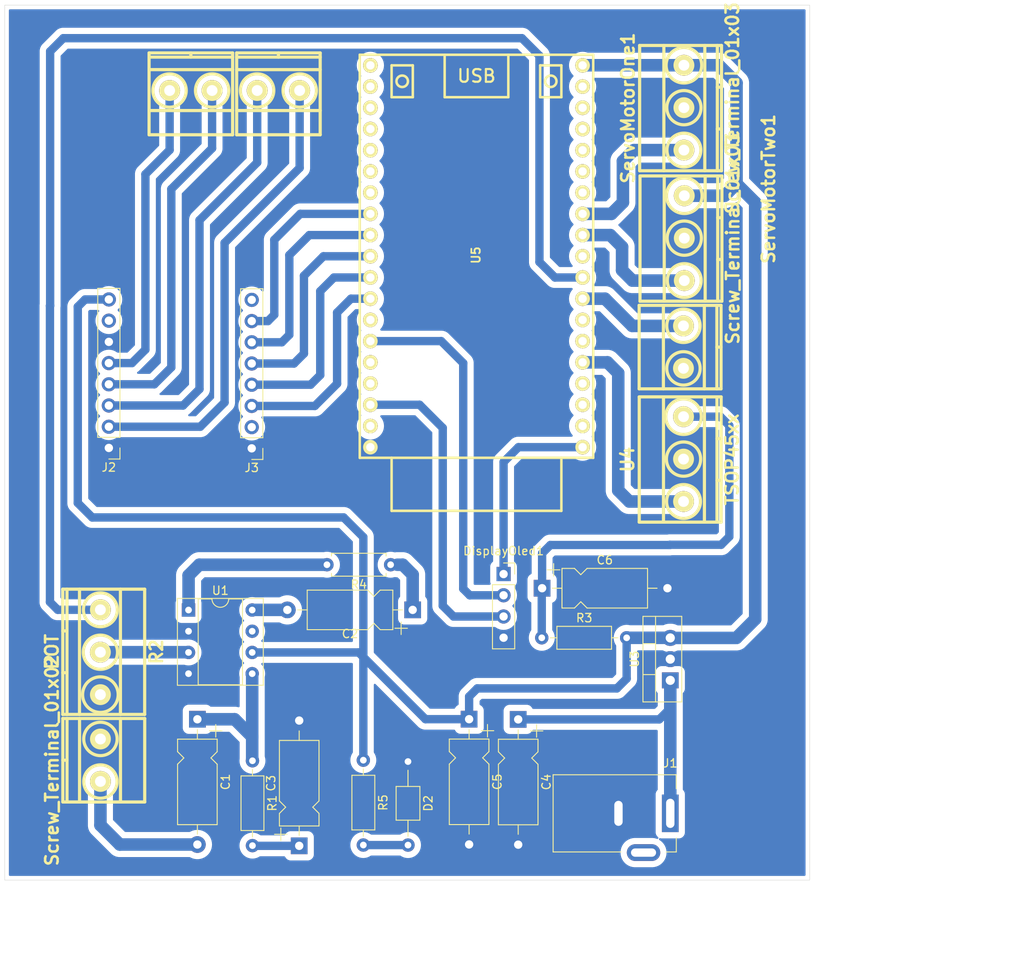
<source format=kicad_pcb>
(kicad_pcb (version 20240108) (generator "pcbnew") (generator_version "8.0")
  (layers (0 "F.Cu" signal) (31 "B.Cu" signal) (34 "B.Paste" user) (35 "F.Paste" user) (36 "B.SilkS" user "B.Silkscreen") (37 "F.SilkS" user "F.Silkscreen") (38 "B.Mask" user) (39 "F.Mask" user) (44 "Edge.Cuts" user))
  (net 0 "")
  (net 1 "Net-(C1-Pad1)")
  (net 2 "Net-(Speaker1-Pin_2)")
  (net 3 "Net-(C2-Pad1)")
  (net 4 "Net-(C2-Pad2)")
  (net 5 "Net-(C3-Pad1)")
  (net 6 "GND")
  (net 7 "VIN")
  (net 8 "5V")
  (net 9 "Net-(U4-Vs)")
  (net 10 "Net-(D2-A)")
  (net 11 "SDA_DISPLAY")
  (net 12 "SCL_DISPLAY")
  (net 13 "3.3V")
  (net 14 "MO3")
  (net 15 "MO4")
  (net 17 "MO2")
  (net 18 "MO1")
  (net 20 "MB2")
  (net 21 "MA2")
  (net 22 "MA1")
  (net 24 "STBY")
  (net 25 "MB1")
  (net 26 "Microphone ADC")
  (net 27 "Net-(U1-+)")
  (net 28 "Speaker DAC")
  (net 29 "Net-(R4-Pad2)")
  (net 30 "S_Motor_OUT_2")
  (net 31 "S_Motor_OUT_1")
  (net 33 "IR_DATA")
  (footprint "Capacitor_THT:CP_Axial_L10.0mm_D4.5mm_P15.00mm_Horizontal" (layer "F.Cu") (at 103.07 112.2025)
    (property "Reference" "C6" (at 7.5 -3.37 360) (layer "F.SilkS"))
    (property "Value" "0.1yF")
    (pad "1" thru_hole rect (at 0 0) (size 2 2) (drill 1) (layers "*.Cu" "*.Mask") (net 9 "Net-(U4-Vs)"))
    (pad "2" thru_hole oval (at 15 0) (size 2 2) (drill 1) (layers "*.Cu" "*.Mask") (net 6 "GND"))
  )
  (footprint "Resistor_THT:R_Axial_DIN0207_L6.3mm_D2.5mm_P10.16mm_Horizontal" (layer "F.Cu") (at 103.03 118.14)
    (property "Reference" "R3" (at 5.08 -2.37 360) (layer "F.SilkS"))
    (property "Value" "100")
    (pad "1" thru_hole circle (at 0 0) (size 1.6 1.6) (drill 0.8) (layers "*.Cu" "*.Mask") (net 9 "Net-(U4-Vs)"))
    (pad "2" thru_hole oval (at 10.16 0) (size 1.6 1.6) (drill 0.8) (layers "*.Cu" "*.Mask") (net 8 "5V"))
  )
  (footprint "EESTN5:BORNERA2" (layer "F.Cu") (at 119.9875 83.33 90)
    (property "Reference" "Microphone1" (hide yes))
    (property "Value" "Screw_Terminal_01x02" (hide yes))
    (pad "1" thru_hole circle (at -2.54 0 90) (size 2.5 2.5) (drill 1.3) (layers "*.Cu" "*.Mask" "F.SilkS") (net 6 "GND"))
    (pad "2" thru_hole circle (at 2.54 0 90) (size 2.5 2.5) (drill 1.3) (layers "*.Cu" "*.Mask" "F.SilkS") (net 26 "Microphone ADC"))
  )
  (footprint "Package_DIP:DIP-8_W7.62mm_Socket" (layer "F.Cu") (at 60.752374 114.815)
    (property "Reference" "U1" (at 3.81 -2.33 0) (layer "F.SilkS"))
    (property "Value" "LM386")
    (pad "1" thru_hole rect (at 0 0) (size 1.6 1.6) (drill 0.8) (layers "*.Cu" "*.Mask") (net 29 "Net-(R4-Pad2)"))
    (pad "2" thru_hole oval (at 0 2.54) (size 1.6 1.6) (drill 0.8) (layers "*.Cu" "*.Mask") (net 6 "GND"))
    (pad "3" thru_hole oval (at 0 5.08) (size 1.6 1.6) (drill 0.8) (layers "*.Cu" "*.Mask") (net 27 "Net-(U1-+)"))
    (pad "4" thru_hole oval (at 0 7.62) (size 1.6 1.6) (drill 0.8) (layers "*.Cu" "*.Mask") (net 6 "GND"))
    (pad "5" thru_hole oval (at 7.62 7.62) (size 1.6 1.6) (drill 0.8) (layers "*.Cu" "*.Mask") (net 1 "Net-(C1-Pad1)"))
    (pad "6" thru_hole oval (at 7.62 5.08) (size 1.6 1.6) (drill 0.8) (layers "*.Cu" "*.Mask") (net 8 "5V"))
    (pad "7" thru_hole oval (at 7.62 2.54) (size 1.6 1.6) (drill 0.8) (layers "*.Cu" "*.Mask"))
    (pad "8" thru_hole oval (at 7.62 0) (size 1.6 1.6) (drill 0.8) (layers "*.Cu" "*.Mask") (net 4 "Net-(C2-Pad2)"))
  )
  (footprint "Capacitor_THT:CP_Axial_L10.0mm_D4.5mm_P15.00mm_Horizontal" (layer "F.Cu") (at 87.58 114.7975 180)
    (property "Reference" "C2" (at 7.5 -2.87 0) (layer "F.SilkS"))
    (property "Value" "10μF")
    (pad "1" thru_hole rect (at 0 0 180) (size 2 2) (drill 1) (layers "*.Cu" "*.Mask") (net 3 "Net-(C2-Pad1)"))
    (pad "2" thru_hole oval (at 15 0 180) (size 2 2) (drill 1) (layers "*.Cu" "*.Mask") (net 4 "Net-(C2-Pad2)"))
  )
  (footprint "Package_TO_SOT_THT:TO-220-3_Vertical" (layer "F.Cu") (at 118.41 123.235 90)
    (property "Reference" "U3" (at 2.54 -4.27 90) (layer "F.SilkS"))
    (property "Value" "LM7805_TO220")
    (pad "1" thru_hole rect (at 0 0 90) (size 1.905 2) (drill 1.1) (layers "*.Cu" "*.Mask") (net 7 "VIN"))
    (pad "2" thru_hole oval (at 2.54 0 90) (size 1.905 2) (drill 1.1) (layers "*.Cu" "*.Mask") (net 6 "GND"))
    (pad "3" thru_hole oval (at 5.08 0 90) (size 1.905 2) (drill 1.1) (layers "*.Cu" "*.Mask") (net 8 "5V"))
  )
  (footprint "Capacitor_THT:CP_Axial_L10.0mm_D4.5mm_P15.00mm_Horizontal" (layer "F.Cu") (at 61.8125 127.895 -90)
    (property "Reference" "C1" (at 7.5 -3.37 90) (layer "F.SilkS"))
    (property "Value" "220μF")
    (pad "1" thru_hole rect (at 0 0 270) (size 2 2) (drill 1) (layers "*.Cu" "*.Mask") (net 1 "Net-(C1-Pad1)"))
    (pad "2" thru_hole oval (at 15 0 270) (size 2 2) (drill 1) (layers "*.Cu" "*.Mask") (net 2 "Net-(Speaker1-Pin_2)"))
  )
  (footprint "EESTN5:BORNERA3" (layer "F.Cu") (at 120.0425 54.66 90)
    (property "Reference" "ServoMotorOne1" (at -0.05 -6.7 90) (layer "F.SilkS") (effects (font (size 1.5 1.5) (thickness 0.3))))
    (property "Value" "Screw_Terminal_01x03" (at -0.05 5.8 90) (layer "F.SilkS") (effects (font (size 1.5 1.5) (thickness 0.3))))
    (pad "1" thru_hole circle (at -5.08 0 90) (size 2.5 2.5) (drill 1.3) (layers "*.Cu" "*.Mask" "F.SilkS") (net 30 "S_Motor_OUT_2"))
    (pad "2" thru_hole circle (at 0 0 90) (size 2.5 2.5) (drill 1.3) (layers "*.Cu" "*.Mask" "F.SilkS") (net 6 "GND"))
    (pad "3" thru_hole circle (at 5.08 0 90) (size 2.5 2.5) (drill 1.3) (layers "*.Cu" "*.Mask" "F.SilkS") (net 8 "5V"))
  )
  (footprint "Capacitor_THT:C_Axial_L3.8mm_D2.6mm_P10.00mm_Horizontal" (layer "F.Cu") (at 87.02 132.96 -90)
    (property "Reference" "D2" (at 5 -2.42 90) (layer "F.SilkS"))
    (property "Value" "LED")
    (pad "1" thru_hole circle (at 0 0 270) (size 1.6 1.6) (drill 0.8) (layers "*.Cu" "*.Mask") (net 6 "GND"))
    (pad "2" thru_hole oval (at 10 0 270) (size 1.6 1.6) (drill 0.8) (layers "*.Cu" "*.Mask") (net 10 "Net-(D2-A)"))
  )
  (footprint "EESTN5:BORNERA3" (layer "F.Cu") (at 120.0875 70.285 90)
    (property "Reference" "ServoMotorTwo1" (at 5.9 10.075 90) (layer "F.SilkS") (effects (font (size 1.5 1.5) (thickness 0.3))))
    (property "Value" "Screw_Terminal_01x03" (at -0.05 5.8 90) (layer "F.SilkS") (effects (font (size 1.5 1.5) (thickness 0.3))))
    (pad "1" thru_hole circle (at -5.08 0 90) (size 2.5 2.5) (drill 1.3) (layers "*.Cu" "*.Mask" "F.SilkS") (net 31 "S_Motor_OUT_1"))
    (pad "2" thru_hole circle (at 0 0 90) (size 2.5 2.5) (drill 1.3) (layers "*.Cu" "*.Mask" "F.SilkS") (net 6 "GND"))
    (pad "3" thru_hole circle (at 5.08 0 90) (size 2.5 2.5) (drill 1.3) (layers "*.Cu" "*.Mask" "F.SilkS") (net 8 "5V"))
  )
  (footprint "EESTN5:BORNERA2" (layer "F.Cu") (at 50.21 132.8 -90)
    (property "Reference" "Speaker1" (hide yes))
    (property "Value" "Screw_Terminal_01x02" (at 0 5.8 90) (layer "F.SilkS") (effects (font (size 1.5 1.5) (thickness 0.3))))
    (pad "1" thru_hole circle (at -2.54 0 270) (size 2.5 2.5) (drill 1.3) (layers "*.Cu" "*.Mask" "F.SilkS") (net 6 "GND"))
    (pad "2" thru_hole circle (at 2.54 0 270) (size 2.5 2.5) (drill 1.3) (layers "*.Cu" "*.Mask" "F.SilkS") (net 2 "Net-(Speaker1-Pin_2)"))
  )
  (footprint "EESTN5:BORNERA2" (layer "F.Cu") (at 71.5125 52.605 180)
    (property "Reference" "MotorTwo1" (hide yes))
    (property "Value" "Screw_Terminal_01x02" (hide yes))
    (pad "1" thru_hole circle (at -2.54 0 180) (size 2.5 2.5) (drill 1.3) (layers "*.Cu" "*.Mask" "F.SilkS") (net 15 "MO4"))
    (pad "2" thru_hole circle (at 2.54 0 180) (size 2.5 2.5) (drill 1.3) (layers "*.Cu" "*.Mask" "F.SilkS") (net 14 "MO3"))
  )
  (footprint "Resistor_THT:R_Axial_DIN0207_L6.3mm_D2.5mm_P10.16mm_Horizontal" (layer "F.Cu") (at 81.675 132.795 -90)
    (property "Reference" "R5" (at 5.08 -2.37 -90) (layer "F.SilkS"))
    (property "Value" "220")
    (pad "1" thru_hole circle (at 0 0 270) (size 1.6 1.6) (drill 0.8) (layers "*.Cu" "*.Mask") (net 8 "5V"))
    (pad "2" thru_hole oval (at 10.16 0 270) (size 1.6 1.6) (drill 0.8) (layers "*.Cu" "*.Mask") (net 10 "Net-(D2-A)"))
  )
  (footprint "Capacitor_THT:CP_Axial_L10.0mm_D4.5mm_P15.00mm_Horizontal" (layer "F.Cu") (at 94.335 127.885 -90)
    (property "Reference" "C5" (at 7.5 -3.37 90) (layer "F.SilkS"))
    (property "Value" "1μf")
    (pad "1" thru_hole rect (at 0 0 270) (size 2 2) (drill 1) (layers "*.Cu" "*.Mask") (net 8 "5V"))
    (pad "2" thru_hole oval (at 15 0 270) (size 2 2) (drill 1) (layers "*.Cu" "*.Mask") (net 6 "GND"))
  )
  (footprint "Capacitor_THT:CP_Axial_L10.0mm_D4.5mm_P15.00mm_Horizontal" (layer "F.Cu") (at 100.21 127.91 -90)
    (property "Reference" "C4" (at 7.5 -3.37 90) (layer "F.SilkS"))
    (property "Value" "1μf")
    (pad "1" thru_hole rect (at 0 0 270) (size 2 2) (drill 1) (layers "*.Cu" "*.Mask") (net 7 "VIN"))
    (pad "2" thru_hole oval (at 15 0 270) (size 2 2) (drill 1) (layers "*.Cu" "*.Mask") (net 6 "GND"))
  )
  (footprint "EESTN5:BORNERA3" (layer "F.Cu") (at 119.9975 96.74 90)
    (property "Reference" "U4" (at -0.05 -6.7 90) (layer "F.SilkS") (effects (font (size 1.5 1.5) (thickness 0.3))))
    (property "Value" "TSOP45xx" (at -0.05 5.8 90) (layer "F.SilkS") (effects (font (size 1.5 1.5) (thickness 0.3))))
    (pad "1" thru_hole circle (at -5.08 0 90) (size 2.5 2.5) (drill 1.3) (layers "*.Cu" "*.Mask" "F.SilkS") (net 33 "IR_DATA"))
    (pad "2" thru_hole circle (at 0 0 90) (size 2.5 2.5) (drill 1.3) (layers "*.Cu" "*.Mask" "F.SilkS") (net 6 "GND"))
    (pad "3" thru_hole circle (at 5.08 0 90) (size 2.5 2.5) (drill 1.3) (layers "*.Cu" "*.Mask" "F.SilkS") (net 9 "Net-(U4-Vs)"))
  )
  (footprint "Resistor_THT:R_Axial_DIN0207_L6.3mm_D2.5mm_P7.62mm_Horizontal" (layer "F.Cu") (at 84.94 109.39 180)
    (property "Reference" "R4" (at 3.81 -2.37 180) (layer "F.SilkS"))
    (property "Value" "1,2K")
    (pad "1" thru_hole circle (at 0 0 180) (size 1.6 1.6) (drill 0.8) (layers "*.Cu" "*.Mask") (net 3 "Net-(C2-Pad1)"))
    (pad "2" thru_hole oval (at 7.62 0 180) (size 1.6 1.6) (drill 0.8) (layers "*.Cu" "*.Mask") (net 29 "Net-(R4-Pad2)"))
  )
  (footprint "Capacitor_THT:CP_Axial_L10.0mm_D4.5mm_P15.00mm_Horizontal" (layer "F.Cu") (at 74 143.05 90)
    (property "Reference" "C3" (at 7.5 -3.37 90) (layer "F.SilkS"))
    (property "Value" "0.1yF")
    (pad "1" thru_hole rect (at 0 0 90) (size 2 2) (drill 1) (layers "*.Cu" "*.Mask") (net 5 "Net-(C3-Pad1)"))
    (pad "2" thru_hole oval (at 15 0 90) (size 2 2) (drill 1) (layers "*.Cu" "*.Mask") (net 6 "GND"))
  )
  (footprint "EESTN5:BORNERA2" (layer "F.Cu") (at 61.0325 52.605 180)
    (property "Reference" "MotorOne1" (hide yes))
    (property "Value" "Screw_Terminal_01x02" (hide yes))
    (pad "1" thru_hole circle (at -2.54 0 180) (size 2.5 2.5) (drill 1.3) (layers "*.Cu" "*.Mask" "F.SilkS") (net 17 "MO2"))
    (pad "2" thru_hole circle (at 2.54 0 180) (size 2.5 2.5) (drill 1.3) (layers "*.Cu" "*.Mask" "F.SilkS") (net 18 "MO1"))
  )
  (footprint "EESTN5:BORNERA3" (layer "F.Cu") (at 50.205 119.865 -90)
    (property "Reference" "R2" (at -0.05 -6.7 90) (layer "F.SilkS") (effects (font (size 1.5 1.5) (thickness 0.3))))
    (property "Value" "POT" (at -0.05 5.8 90) (layer "F.SilkS") (effects (font (size 1.5 1.5) (thickness 0.3))))
    (pad "1" thru_hole circle (at -5.08 0 270) (size 2.5 2.5) (drill 1.3) (layers "*.Cu" "*.Mask" "F.SilkS") (net 28 "Speaker DAC"))
    (pad "2" thru_hole circle (at 0 0 270) (size 2.5 2.5) (drill 1.3) (layers "*.Cu" "*.Mask" "F.SilkS") (net 27 "Net-(U1-+)"))
    (pad "3" thru_hole circle (at 5.08 0 270) (size 2.5 2.5) (drill 1.3) (layers "*.Cu" "*.Mask" "F.SilkS") (net 6 "GND"))
  )
  (footprint "Connector_PinHeader_2.54mm:PinHeader_1x08_P2.54mm_Vertical" (layer "F.Cu") (at 51.2175 95.405 180)
    (property "Reference" "J2" (at 0 -2.33 0) (layer "F.SilkS"))
    (property "Value" "Conn_01x08_Pin")
    (pad "1" thru_hole rect (at 0 0 180) (size 1.7 1.7) (drill 1) (layers "*.Cu" "*.Mask") (net 6 "GND"))
    (pad "2" thru_hole oval (at 0 2.54 180) (size 1.7 1.7) (drill 1) (layers "*.Cu" "*.Mask") (net 15 "MO4"))
    (pad "3" thru_hole oval (at 0 5.08 180) (size 1.7 1.7) (drill 1) (layers "*.Cu" "*.Mask") (net 14 "MO3"))
    (pad "4" thru_hole oval (at 0 7.62 180) (size 1.7 1.7) (drill 1) (layers "*.Cu" "*.Mask") (net 17 "MO2"))
    (pad "5" thru_hole oval (at 0 10.16 180) (size 1.7 1.7) (drill 1) (layers "*.Cu" "*.Mask") (net 18 "MO1"))
    (pad "6" thru_hole oval (at 0 12.7 180) (size 1.7 1.7) (drill 1) (layers "*.Cu" "*.Mask") (net 6 "GND"))
    (pad "7" thru_hole oval (at 0 15.24 180) (size 1.7 1.7) (drill 1) (layers "*.Cu" "*.Mask"))
    (pad "8" thru_hole oval (at 0 17.78 180) (size 1.7 1.7) (drill 1) (layers "*.Cu" "*.Mask") (net 8 "5V"))
  )
  (footprint "Connector_BarrelJack:BarrelJack_Kycon_KLDX-0202-xC_Horizontal" (layer "F.Cu") (at 118.41 139.16)
    (property "Reference" "J1" (at 0 -6 0) (layer "F.SilkS"))
    (property "Value" "Jack-DC")
    (pad "1" thru_hole rect (at 0 0) (size 2 4.5) (drill oval 1 3.5) (layers "*.Cu" "*.Mask") (net 7 "VIN"))
    (pad "2" thru_hole oval (at -6.2 0) (size 2 4) (drill oval 1 3) (layers "*.Cu" "*.Mask") (net 6 "GND"))
    (pad "3" thru_hole oval (at -3.2 4.7 90) (size 2 4) (drill oval 1 3) (layers "*.Cu" "*.Mask"))
  )
  (footprint "Resistor_THT:R_Axial_DIN0207_L6.3mm_D2.5mm_P10.16mm_Horizontal" (layer "F.Cu") (at 68.405 132.865 -90)
    (property "Reference" "R1" (at 5.08 -2.37 -90) (layer "F.SilkS"))
    (property "Value" "10")
    (pad "1" thru_hole circle (at 0 0 270) (size 1.6 1.6) (drill 0.8) (layers "*.Cu" "*.Mask") (net 1 "Net-(C1-Pad1)"))
    (pad "2" thru_hole oval (at 10.16 0 270) (size 1.6 1.6) (drill 0.8) (layers "*.Cu" "*.Mask") (net 5 "Net-(C3-Pad1)"))
  )
  (footprint "EESTN5:ESP32_DEVKITC" (layer "F.Cu") (at 95.2175 72.455 90)
    (property "Reference" "U5" (at 0.127 -0.0635 90) (layer "F.SilkS") (effects (font (size 1.016 1.016) (thickness 0.2032))))
    (property "Value" "ESP32_DEVKITC" (hide yes))
    (fp_text user "USB" (at 21.59 0 0) (layer "F.SilkS") (effects (font (size 1.524 1.524) (thickness 0.254))))
    (pad "1" thru_hole circle (at -22.86 12.7 90) (size 1.75 1.75) (drill 1) (layers "*.Cu" "*.Mask" "F.SilkS") (net 13 "3.3V"))
    (pad "2" thru_hole circle (at -20.32 12.7 90) (size 1.75 1.75) (drill 1) (layers "*.Cu" "*.Mask" "F.SilkS"))
    (pad "3" thru_hole circle (at -17.78 12.7 90) (size 1.75 1.75) (drill 1) (layers "*.Cu" "*.Mask" "F.SilkS"))
    (pad "4" thru_hole circle (at -15.24 12.7 90) (size 1.75 1.75) (drill 1) (layers "*.Cu" "*.Mask" "F.SilkS"))
    (pad "5" thru_hole circle (at -12.7 12.7 90) (size 1.75 1.75) (drill 1) (layers "*.Cu" "*.Mask" "F.SilkS") (net 33 "IR_DATA"))
    (pad "6" thru_hole circle (at -10.16 12.7 90) (size 1.75 1.75) (drill 1) (layers "*.Cu" "*.Mask" "F.SilkS"))
    (pad "7" thru_hole circle (at -7.62 12.7 90) (size 1.75 1.75) (drill 1) (layers "*.Cu" "*.Mask" "F.SilkS"))
    (pad "8" thru_hole circle (at -5.08 12.7 90) (size 1.75 1.75) (drill 1) (layers "*.Cu" "*.Mask" "F.SilkS") (net 26 "Microphone ADC"))
    (pad "9" thru_hole circle (at -2.54 12.7 90) (size 1.75 1.75) (drill 1) (layers "*.Cu" "*.Mask" "F.SilkS") (net 28 "Speaker DAC"))
    (pad "10" thru_hole circle (at 0 12.7 90) (size 1.75 1.75) (drill 1) (layers "*.Cu" "*.Mask" "F.SilkS"))
    (pad "11" thru_hole circle (at 2.54 12.7 90) (size 1.75 1.75) (drill 1) (layers "*.Cu" "*.Mask" "F.SilkS") (net 31 "S_Motor_OUT_1"))
    (pad "12" thru_hole circle (at 5.08 12.7 90) (size 1.75 1.75) (drill 1) (layers "*.Cu" "*.Mask" "F.SilkS") (net 30 "S_Motor_OUT_2"))
    (pad "13" thru_hole circle (at 7.62 12.7 90) (size 1.75 1.75) (drill 1) (layers "*.Cu" "*.Mask" "F.SilkS"))
    (pad "14" thru_hole circle (at 10.16 12.7 90) (size 1.75 1.75) (drill 1) (layers "*.Cu" "*.Mask" "F.SilkS"))
    (pad "15" thru_hole circle (at 12.7 12.7 90) (size 1.75 1.75) (drill 1) (layers "*.Cu" "*.Mask" "F.SilkS"))
    (pad "16" thru_hole circle (at 15.24 12.7 90) (size 1.75 1.75) (drill 1) (layers "*.Cu" "*.Mask" "F.SilkS"))
    (pad "17" thru_hole circle (at 17.78 12.7 90) (size 1.75 1.75) (drill 1) (layers "*.Cu" "*.Mask" "F.SilkS"))
    (pad "18" thru_hole circle (at 20.32 12.7 90) (size 1.75 1.75) (drill 1) (layers "*.Cu" "*.Mask" "F.SilkS"))
    (pad "19" thru_hole circle (at 22.86 12.7 90) (size 1.75 1.75) (drill 1) (layers "*.Cu" "*.Mask" "F.SilkS") (net 8 "5V"))
    (pad "20" thru_hole circle (at 22.86 -12.7 270) (size 1.75 1.75) (drill 1) (layers "*.Cu" "*.Mask" "F.SilkS"))
    (pad "21" thru_hole circle (at 20.32 -12.7 270) (size 1.75 1.75) (drill 1) (layers "*.Cu" "*.Mask" "F.SilkS"))
    (pad "22" thru_hole circle (at 17.78 -12.7 270) (size 1.75 1.75) (drill 1) (layers "*.Cu" "*.Mask" "F.SilkS"))
    (pad "23" thru_hole circle (at 15.24 -12.7 270) (size 1.75 1.75) (drill 1) (layers "*.Cu" "*.Mask" "F.SilkS"))
    (pad "24" thru_hole circle (at 12.7 -12.7 270) (size 1.75 1.75) (drill 1) (layers "*.Cu" "*.Mask" "F.SilkS"))
    (pad "25" thru_hole circle (at 10.16 -12.7 270) (size 1.75 1.75) (drill 1) (layers "*.Cu" "*.Mask" "F.SilkS"))
    (pad "26" thru_hole circle (at 7.62 -12.7 270) (size 1.75 1.75) (drill 1) (layers "*.Cu" "*.Mask" "F.SilkS"))
    (pad "27" thru_hole circle (at 5.08 -12.7 270) (size 1.75 1.75) (drill 1) (layers "*.Cu" "*.Mask" "F.SilkS") (net 21 "MA2"))
    (pad "28" thru_hole circle (at 2.54 -12.7 270) (size 1.75 1.75) (drill 1) (layers "*.Cu" "*.Mask" "F.SilkS") (net 22 "MA1"))
    (pad "29" thru_hole circle (at 0 -12.7 270) (size 1.75 1.75) (drill 1) (layers "*.Cu" "*.Mask" "F.SilkS") (net 24 "STBY"))
    (pad "30" thru_hole circle (at -2.54 -12.7 270) (size 1.75 1.75) (drill 1) (layers "*.Cu" "*.Mask" "F.SilkS") (net 25 "MB1"))
    (pad "31" thru_hole circle (at -5.08 -12.7 270) (size 1.75 1.75) (drill 1) (layers "*.Cu" "*.Mask" "F.SilkS") (net 20 "MB2"))
    (pad "32" thru_hole circle (at -7.62 -12.7 270) (size 1.75 1.75) (drill 1) (layers "*.Cu" "*.Mask" "F.SilkS"))
    (pad "33" thru_hole circle (at -10.16 -12.7 270) (size 1.75 1.75) (drill 1) (layers "*.Cu" "*.Mask" "F.SilkS") (net 11 "SDA_DISPLAY"))
    (pad "34" thru_hole circle (at -12.7 -12.7 270) (size 1.75 1.75) (drill 1) (layers "*.Cu" "*.Mask" "F.SilkS"))
    (pad "35" thru_hole circle (at -15.24 -12.7 270) (size 1.75 1.75) (drill 1) (layers "*.Cu" "*.Mask" "F.SilkS"))
    (pad "36" thru_hole circle (at -17.78 -12.7 270) (size 1.75 1.75) (drill 1) (layers "*.Cu" "*.Mask" "F.SilkS") (net 12 "SCL_DISPLAY"))
    (pad "37" thru_hole circle (at -20.32 -12.7 270) (size 1.75 1.75) (drill 1) (layers "*.Cu" "*.Mask" "F.SilkS"))
    (pad "38" thru_hole circle (at -22.86 -12.7 270) (size 1.75 1.75) (drill 1) (layers "*.Cu" "*.Mask" "F.SilkS") (net 6 "GND"))
  )
  (footprint "Connector_PinSocket_2.54mm:PinSocket_1x04_P2.54mm_Vertical" (layer "F.Cu") (at 98.46 110.51)
    (property "Reference" "DisplayOled1" (at 0 -2.77 360) (layer "F.SilkS"))
    (property "Value" "Screw_Terminal_01x04")
    (pad "1" thru_hole rect (at 0 0) (size 1.7 1.7) (drill 1) (layers "*.Cu" "*.Mask") (net 13 "3.3V"))
    (pad "2" thru_hole oval (at 0 2.54) (size 1.7 1.7) (drill 1) (layers "*.Cu" "*.Mask") (net 11 "SDA_DISPLAY"))
    (pad "3" thru_hole oval (at 0 5.08) (size 1.7 1.7) (drill 1) (layers "*.Cu" "*.Mask") (net 12 "SCL_DISPLAY"))
    (pad "4" thru_hole oval (at 0 7.62) (size 1.7 1.7) (drill 1) (layers "*.Cu" "*.Mask") (net 6 "GND"))
  )
  (footprint "Connector_PinHeader_2.54mm:PinHeader_1x08_P2.54mm_Vertical" (layer "F.Cu") (at 68.3175 95.455 180)
    (property "Reference" "J3" (at 0 -2.33 0) (layer "F.SilkS"))
    (property "Value" "Conn_01x08_Pin")
    (pad "1" thru_hole rect (at 0 0 180) (size 1.7 1.7) (drill 1) (layers "*.Cu" "*.Mask") (net 6 "GND"))
    (pad "2" thru_hole oval (at 0 2.54 180) (size 1.7 1.7) (drill 1) (layers "*.Cu" "*.Mask"))
    (pad "3" thru_hole oval (at 0 5.08 180) (size 1.7 1.7) (drill 1) (layers "*.Cu" "*.Mask") (net 20 "MB2"))
    (pad "4" thru_hole oval (at 0 7.62 180) (size 1.7 1.7) (drill 1) (layers "*.Cu" "*.Mask") (net 25 "MB1"))
    (pad "5" thru_hole oval (at 0 10.16 180) (size 1.7 1.7) (drill 1) (layers "*.Cu" "*.Mask") (net 24 "STBY"))
    (pad "6" thru_hole oval (at 0 12.7 180) (size 1.7 1.7) (drill 1) (layers "*.Cu" "*.Mask") (net 22 "MA1"))
    (pad "7" thru_hole oval (at 0 15.24 180) (size 1.7 1.7) (drill 1) (layers "*.Cu" "*.Mask") (net 21 "MA2"))
    (pad "8" thru_hole oval (at 0 17.78 180) (size 1.7 1.7) (drill 1) (layers "*.Cu" "*.Mask"))
  )
  (gr_rect (start 38.750126 42.38) (end 135.100126 147.155) (stroke (width 0.05)) (fill none) (layer "Edge.Cuts"))
  (segment (start 68.372374 132.622374) (end 68.405 132.655) (width 1.5) (layer "B.Cu") (net 1))
  (segment (start 68.372374 122.435) (end 68.372374 129.995) (width 1.5) (layer "B.Cu") (net 1))
  (segment (start 68.372374 129.995) (end 68.372374 132.622374) (width 1.5) (layer "B.Cu") (net 1))
  (segment (start 61.8125 127.895) (end 66.272374 127.895) (width 1.5) (layer "B.Cu") (net 1))
  (segment (start 66.272374 127.895) (end 68.372374 129.995) (width 1.5) (layer "B.Cu") (net 1))
  (segment (start 52.525 142.895) (end 50.21 140.58) (width 1.5) (layer "B.Cu") (net 2))
  (segment (start 61.8125 142.895) (end 52.525 142.895) (width 1.5) (layer "B.Cu") (net 2))
  (segment (start 50.21 140.58) (end 50.21 135.34) (width 1.5) (layer "B.Cu") (net 2))
  (segment (start 86.39 109.39) (end 87.58 110.58) (width 1.5) (layer "B.Cu") (net 3))
  (segment (start 87.58 110.58) (end 87.58 114.7975) (width 1.5) (layer "B.Cu") (net 3))
  (segment (start 85.74 109.39) (end 86.39 109.39) (width 1.5) (layer "B.Cu") (net 3))
  (segment (start 68.389874 114.7975) (end 68.372374 114.815) (width 1.5) (layer "B.Cu") (net 4))
  (segment (start 72.58 114.7975) (end 68.389874 114.7975) (width 1.5) (layer "B.Cu") (net 4))
  (segment (start 68.43 143.05) (end 68.405 143.025) (width 1) (layer "B.Cu") (net 5))
  (segment (start 68.425 143.045) (end 68.405 143.025) (width 1.5) (layer "B.Cu") (net 5))
  (segment (start 74 143.05) (end 68.43 143.05) (width 1) (layer "B.Cu") (net 5))
  (segment (start 117.09 127.91) (end 118.41 126.59) (width 1) (layer "B.Cu") (net 7))
  (segment (start 100.21 127.91) (end 117.09 127.91) (width 1) (layer "B.Cu") (net 7))
  (segment (start 118.41 126.59) (end 118.41 123.235) (width 1) (layer "B.Cu") (net 7))
  (segment (start 118.41 139.16) (end 118.41 123.235) (width 1.5) (layer "B.Cu") (net 7))
  (segment (start 113.19 118.14) (end 118.395 118.14) (width 1.5) (layer "B.Cu") (net 8))
  (segment (start 126.3425 51.705) (end 124.2175 49.58) (width 1.5) (layer "B.Cu") (net 8))
  (segment (start 124.2175 49.58) (end 120.0425 49.58) (width 1.5) (layer "B.Cu") (net 8))
  (segment (start 81.675 132.795) (end 81.675 106.085) (width 1) (layer "B.Cu") (net 8))
  (segment (start 89.11 127.885) (end 94.335 127.885) (width 1) (layer "B.Cu") (net 8))
  (segment (start 124.9175 65.205) (end 126.3425 63.78) (width 1.5) (layer "B.Cu") (net 8))
  (segment (start 126.3425 63.78) (end 128.575 66.0125) (width 1.5) (layer "B.Cu") (net 8))
  (segment (start 95.31 124.2) (end 112.02 124.2) (width 1) (layer "B.Cu") (net 8))
  (segment (start 79.32 103.73) (end 49.23 103.73) (width 1) (layer "B.Cu") (net 8))
  (segment (start 47.5 102) (end 47.5 78.5) (width 1) (layer "B.Cu") (net 8))
  (segment (start 113.19 123.03) (end 113.19 118.14) (width 1) (layer "B.Cu") (net 8))
  (segment (start 120.0425 49.58) (end 107.9325 49.58) (width 1.5) (layer "B.Cu") (net 8))
  (segment (start 120.0875 65.205) (end 124.9175 65.205) (width 1.5) (layer "B.Cu") (net 8))
  (segment (start 94.335 127.885) (end 94.335 125.175) (width 1) (layer "B.Cu") (net 8))
  (segment (start 81.675 106.085) (end 79.32 103.73) (width 1) (layer "B.Cu") (net 8))
  (segment (start 126.32 118.155) (end 118.41 118.155) (width 1.5) (layer "B.Cu") (net 8))
  (segment (start 48.375 77.625) (end 51.2175 77.625) (width 1) (layer "B.Cu") (net 8))
  (segment (start 128.575 66.0125) (end 128.575 115.9) (width 1.5) (layer "B.Cu") (net 8))
  (segment (start 81.12 119.895) (end 89.11 127.885) (width 1) (layer "B.Cu") (net 8))
  (segment (start 126.3425 63.78) (end 126.3425 51.705) (width 1.5) (layer "B.Cu") (net 8))
  (segment (start 112.02 124.2) (end 113.19 123.03) (width 1) (layer "B.Cu") (net 8))
  (segment (start 118.395 118.14) (end 118.41 118.155) (width 1.5) (layer "B.Cu") (net 8))
  (segment (start 128.575 115.9) (end 126.32 118.155) (width 1.5) (layer "B.Cu") (net 8))
  (segment (start 49.23 103.73) (end 47.5 102) (width 1) (layer "B.Cu") (net 8))
  (segment (start 68.372374 119.895) (end 81.12 119.895) (width 1) (layer "B.Cu") (net 8))
  (segment (start 107.9325 49.58) (end 107.9175 49.595) (width 1.5) (layer "B.Cu") (net 8))
  (segment (start 47.5 78.5) (end 48.375 77.625) (width 1) (layer "B.Cu") (net 8))
  (segment (start 94.335 125.175) (end 95.31 124.2) (width 1) (layer "B.Cu") (net 8))
  (segment (start 103.07 108.02) (end 103.07 112.2025) (width 1) (layer "B.Cu") (net 9))
  (segment (start 118.323034 107.03) (end 118.353034 107) (width 1) (layer "B.Cu") (net 9))
  (segment (start 118.353034 107) (end 124.5 107) (width 1) (layer "B.Cu") (net 9))
  (segment (start 125.4775 106.0225) (end 125.4775 92.735) (width 1) (layer "B.Cu") (net 9))
  (segment (start 124.4025 91.66) (end 125.4775 92.735) (width 1) (layer "B.Cu") (net 9))
  (segment (start 104.06 107.03) (end 103.07 108.02) (width 1) (layer "B.Cu") (net 9))
  (segment (start 124.5 107) (end 125.4775 106.0225) (width 1) (layer "B.Cu") (net 9))
  (segment (start 103.03 118.14) (end 103.03 112.2425) (width 1) (layer "B.Cu") (net 9))
  (segment (start 103.03 112.2425) (end 103.07 112.2025) (width 1.5) (layer "B.Cu") (net 9))
  (segment (start 119.9975 91.66) (end 124.4025 91.66) (width 1) (layer "B.Cu") (net 9))
  (segment (start 104.06 107.03) (end 118.323034 107.03) (width 1) (layer "B.Cu") (net 9))
  (segment (start 81.68 142.96) (end 81.675 142.955) (width 1) (layer "B.Cu") (net 10))
  (segment (start 87.02 142.96) (end 81.68 142.96) (width 1) (layer "B.Cu") (net 10))
  (segment (start 82.5175 82.615) (end 90.9975 82.615) (width 1) (layer "B.Cu") (net 11))
  (segment (start 93.63 112.27) (end 94.41 113.05) (width 1) (layer "B.Cu") (net 11))
  (segment (start 93.63 85.2475) (end 93.63 112.27) (width 1) (layer "B.Cu") (net 11))
  (segment (start 90.9975 82.615) (end 93.63 85.2475) (width 1) (layer "B.Cu") (net 11))
  (segment (start 94.41 113.05) (end 98.46 113.05) (width 1) (layer "B.Cu") (net 11))
  (segment (start 91.18 114.3) (end 91.18 93.0075) (width 1) (layer "B.Cu") (net 12))
  (segment (start 98.46 115.59) (end 92.47 115.59) (width 1) (layer "B.Cu") (net 12))
  (segment (start 91.18 93.0075) (end 88.4075 90.235) (width 1) (layer "B.Cu") (net 12))
  (segment (start 88.4075 90.235) (end 82.5175 90.235) (width 1) (layer "B.Cu") (net 12))
  (segment (start 92.47 115.59) (end 91.18 114.3) (width 1) (layer "B.Cu") (net 12))
  (segment (start 98.46 97.09) (end 100.235 95.315) (width 1) (layer "B.Cu") (net 13))
  (segment (start 107.9325 95.33) (end 107.9175 95.315) (width 1.5) (layer "B.Cu") (net 13))
  (segment (start 100.235 95.315) (end 107.9175 95.315) (width 1) (layer "B.Cu") (net 13))
  (segment (start 98.46 110.51) (end 98.46 97.09) (width 1) (layer "B.Cu") (net 13))
  (segment (start 68.9725 52.605) (end 68.9725 61.225) (width 1) (layer "B.Cu") (net 14))
  (segment (start 62.0675 88.355) (end 60.0975 90.325) (width 1) (layer "B.Cu") (net 14))
  (segment (start 62.0675 68.13) (end 62.0675 88.355) (width 1) (layer "B.Cu") (net 14))
  (segment (start 68.9725 61.225) (end 62.0675 68.13) (width 1) (layer "B.Cu") (net 14))
  (segment (start 60.0975 90.325) (end 51.2175 90.325) (width 1) (layer "B.Cu") (net 14))
  (segment (start 62.1575 92.865) (end 65.0675 89.955) (width 1) (layer "B.Cu") (net 15))
  (segment (start 74.0525 61.87) (end 74.0525 52.605) (width 1) (layer "B.Cu") (net 15))
  (segment (start 65.0675 89.955) (end 65.0675 70.855) (width 1) (layer "B.Cu") (net 15))
  (segment (start 65.0675 70.855) (end 74.0525 61.87) (width 1) (layer "B.Cu") (net 15))
  (segment (start 51.2175 92.865) (end 62.1575 92.865) (width 1) (layer "B.Cu") (net 15))
  (segment (start 58.6925 85.755) (end 58.6925 64.405) (width 1) (layer "B.Cu") (net 17))
  (segment (start 58.6925 64.405) (end 63.5725 59.525) (width 1) (layer "B.Cu") (net 17))
  (segment (start 56.6625 87.785) (end 58.6925 85.755) (width 1) (layer "B.Cu") (net 17))
  (segment (start 51.2175 87.785) (end 56.6625 87.785) (width 1) (layer "B.Cu") (net 17))
  (segment (start 63.5725 59.525) (end 63.5725 52.605) (width 1) (layer "B.Cu") (net 17))
  (segment (start 55.5925 83.63) (end 53.9775 85.245) (width 1) (layer "B.Cu") (net 18))
  (segment (start 58.4925 52.605) (end 58.4925 59.73) (width 1) (layer "B.Cu") (net 18))
  (segment (start 53.9775 85.245) (end 51.2175 85.245) (width 1) (layer "B.Cu") (net 18))
  (segment (start 58.4925 59.73) (end 55.5925 62.63) (width 1) (layer "B.Cu") (net 18))
  (segment (start 55.5925 62.63) (end 55.5925 83.63) (width 1) (layer "B.Cu") (net 18))
  (segment (start 78.5325 87.715) (end 78.5325 79.195) (width 1) (layer "B.Cu") (net 20))
  (segment (start 80.1925 77.535) (end 82.5175 77.535) (width 1) (layer "B.Cu") (net 20))
  (segment (start 75.8725 90.375) (end 78.5325 87.715) (width 1) (layer "B.Cu") (net 20))
  (segment (start 68.3175 90.375) (end 75.8725 90.375) (width 1) (layer "B.Cu") (net 20))
  (segment (start 78.5325 79.195) (end 80.1925 77.535) (width 1) (layer "B.Cu") (net 20))
  (segment (start 71.0175 70.4825) (end 74.125 67.375) (width 1) (layer "B.Cu") (net 21))
  (segment (start 74.125 67.375) (end 82.5175 67.375) (width 1) (layer "B.Cu") (net 21))
  (segment (start 68.3175 80.215) (end 70.2575 80.215) (width 1) (layer "B.Cu") (net 21))
  (segment (start 70.2575 80.215) (end 71.0175 79.455) (width 1) (layer "B.Cu") (net 21))
  (segment (start 71.0175 79.455) (end 71.0175 70.4825) (width 1) (layer "B.Cu") (net 21))
  (segment (start 68.3175 82.755) (end 71.9175 82.755) (width 1) (layer "B.Cu") (net 22))
  (segment (start 75.2125 69.915) (end 82.5175 69.915) (width 1) (layer "B.Cu") (net 22))
  (segment (start 72.8175 72.31) (end 75.2125 69.915) (width 1) (layer "B.Cu") (net 22))
  (segment (start 71.9175 82.755) (end 72.8175 81.855) (width 1) (layer "B.Cu") (net 22))
  (segment (start 72.8175 81.855) (end 72.8175 72.31) (width 1) (layer "B.Cu") (net 22))
  (segment (start 68.3175 85.295) (end 73.3775 85.295) (width 1) (layer "B.Cu") (net 24))
  (segment (start 73.3775 85.295) (end 74.5675 84.105) (width 1) (layer "B.Cu") (net 24))
  (segment (start 74.5675 74.785) (end 76.8975 72.455) (width 1) (layer "B.Cu") (net 24))
  (segment (start 76.8975 72.455) (end 82.5175 72.455) (width 1) (layer "B.Cu") (net 24))
  (segment (start 74.5675 84.105) (end 74.5675 74.785) (width 1) (layer "B.Cu") (net 24))
  (segment (start 76.5175 86.68) (end 76.5175 76.635) (width 1) (layer "B.Cu") (net 25))
  (segment (start 68.3175 87.835) (end 75.3625 87.835) (width 1) (layer "B.Cu") (net 25))
  (segment (start 76.5175 76.635) (end 78.1575 74.995) (width 1) (layer "B.Cu") (net 25))
  (segment (start 78.1575 74.995) (end 82.5175 74.995) (width 1) (layer "B.Cu") (net 25))
  (segment (start 75.3625 87.835) (end 76.5175 86.68) (width 1) (layer "B.Cu") (net 25))
  (segment (start 113.8525 80.79) (end 110.5975 77.535) (width 1.5) (layer "B.Cu") (net 26))
  (segment (start 110.5975 77.535) (end 107.9175 77.535) (width 1.5) (layer "B.Cu") (net 26))
  (segment (start 119.9875 80.79) (end 113.8525 80.79) (width 1.5) (layer "B.Cu") (net 26))
  (segment (start 50.205 119.865) (end 60.722374 119.865) (width 1.5) (layer "B.Cu") (net 27))
  (segment (start 60.722374 119.865) (end 60.752374 119.895) (width 1.5) (layer "B.Cu") (net 27))
  (segment (start 44.19 47.92) (end 45.77 46.34) (width 1) (layer "B.Cu") (net 28))
  (segment (start 44.19 78.364072) (end 44.19 47.92) (width 1) (layer "B.Cu") (net 28))
  (segment (start 44.17 113.86) (end 44.17 78.384072) (width 1) (layer "B.Cu") (net 28))
  (segment (start 102.7525 73.14) (end 104.6075 74.995) (width 1) (layer "B.Cu") (net 28))
  (segment (start 104.6075 74.995) (end 107.9175 74.995) (width 1) (layer "B.Cu") (net 28))
  (segment (start 102.7525 48.44) (end 102.7525 73.14) (width 1) (layer "B.Cu") (net 28))
  (segment (start 44.17 78.384072) (end 44.19 78.364072) (width 1) (layer "B.Cu") (net 28))
  (segment (start 45.095 114.785) (end 44.17 113.86) (width 1) (layer "B.Cu") (net 28))
  (segment (start 100.6525 46.34) (end 102.7525 48.44) (width 1) (layer "B.Cu") (net 28))
  (segment (start 45.77 46.34) (end 100.6525 46.34) (width 1) (layer "B.Cu") (net 28))
  (segment (start 50.205 114.785) (end 45.095 114.785) (width 1) (layer "B.Cu") (net 28))
  (segment (start 60.76 114.807374) (end 60.76 110.67) (width 1.5) (layer "B.Cu") (net 29))
  (segment (start 60.752374 114.815) (end 60.76 114.807374) (width 1.5) (layer "B.Cu") (net 29))
  (segment (start 62.04 109.39) (end 77.32 109.39) (width 1.5) (layer "B.Cu") (net 29))
  (segment (start 60.76 110.67) (end 62.04 109.39) (width 1.5) (layer "B.Cu") (net 29))
  (segment (start 112.7425 61.055) (end 114.0575 59.74) (width 1.5) (layer "B.Cu") (net 30))
  (segment (start 111.3725 67.375) (end 112.7425 66.005) (width 1.5) (layer "B.Cu") (net 30))
  (segment (start 112.7425 66.005) (end 112.7425 61.055) (width 1.5) (layer "B.Cu") (net 30))
  (segment (start 114.0575 59.74) (end 120.0425 59.74) (width 1.5) (layer "B.Cu") (net 30))
  (segment (start 107.9175 67.375) (end 111.3725 67.375) (width 1.5) (layer "B.Cu") (net 30))
  (segment (start 111.2275 69.915) (end 107.9175 69.915) (width 1.5) (layer "B.Cu") (net 31))
  (segment (start 112.6425 74.13) (end 112.6425 71.33) (width 1.5) (layer "B.Cu") (net 31))
  (segment (start 112.6425 71.33) (end 111.2275 69.915) (width 1.5) (layer "B.Cu") (net 31))
  (segment (start 120.0875 75.365) (end 113.8775 75.365) (width 1.5) (layer "B.Cu") (net 31))
  (segment (start 113.8775 75.365) (end 112.6425 74.13) (width 1.5) (layer "B.Cu") (net 31))
  (segment (start 112.1825 100.495) (end 112.1825 86.445) (width 1.5) (layer "B.Cu") (net 33))
  (segment (start 119.9975 101.82) (end 113.5075 101.82) (width 1.5) (layer "B.Cu") (net 33))
  (segment (start 113.5075 101.82) (end 112.1825 100.495) (width 1.5) (layer "B.Cu") (net 33))
  (segment (start 110.8925 85.155) (end 107.9175 85.155) (width 1.5) (layer "B.Cu") (net 33))
  (segment (start 112.1825 86.445) (end 110.8925 85.155) (width 1.5) (layer "B.Cu") (net 33))
  (zone (net 6) (net_name "GND") (layer "B.Cu") (name "GND") (connect_pads yes (clearance 0)) (min_thickness 0.25) (fill yes (thermal_gap 0.5) (thermal_bridge_width 0.5))
    (polygon (pts (xy 38.750126 42.38) (xy 135.100126 42.38) (xy 135.100126 147.155) (xy 38.714748 147.205)))
  )
)
</source>
